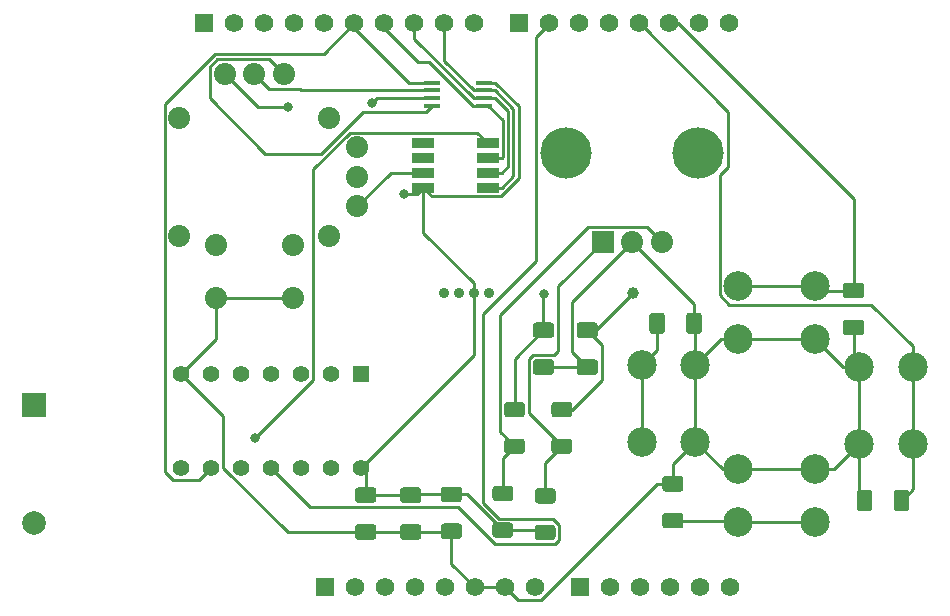
<source format=gbr>
%TF.GenerationSoftware,KiCad,Pcbnew,(5.1.10)-1*%
%TF.CreationDate,2021-12-06T12:22:38-06:00*%
%TF.ProjectId,FPGA-Shield,46504741-2d53-4686-9965-6c642e6b6963,rev?*%
%TF.SameCoordinates,Original*%
%TF.FileFunction,Copper,L1,Top*%
%TF.FilePolarity,Positive*%
%FSLAX46Y46*%
G04 Gerber Fmt 4.6, Leading zero omitted, Abs format (unit mm)*
G04 Created by KiCad (PCBNEW (5.1.10)-1) date 2021-12-06 12:22:38*
%MOMM*%
%LPD*%
G01*
G04 APERTURE LIST*
%TA.AperFunction,ComponentPad*%
%ADD10C,1.875000*%
%TD*%
%TA.AperFunction,ComponentPad*%
%ADD11C,4.350000*%
%TD*%
%TA.AperFunction,ComponentPad*%
%ADD12R,1.875000X1.875000*%
%TD*%
%TA.AperFunction,ComponentPad*%
%ADD13C,2.000000*%
%TD*%
%TA.AperFunction,ComponentPad*%
%ADD14R,2.000000X2.000000*%
%TD*%
%TA.AperFunction,ComponentPad*%
%ADD15C,0.889000*%
%TD*%
%TA.AperFunction,ComponentPad*%
%ADD16C,2.500000*%
%TD*%
%TA.AperFunction,SMDPad,CuDef*%
%ADD17R,1.400000X0.450000*%
%TD*%
%TA.AperFunction,SMDPad,CuDef*%
%ADD18R,1.906250X0.812500*%
%TD*%
%TA.AperFunction,ComponentPad*%
%ADD19C,1.412500*%
%TD*%
%TA.AperFunction,ComponentPad*%
%ADD20R,1.412500X1.412500*%
%TD*%
%TA.AperFunction,ComponentPad*%
%ADD21C,1.560000*%
%TD*%
%TA.AperFunction,ComponentPad*%
%ADD22R,1.560000X1.560000*%
%TD*%
%TA.AperFunction,ViaPad*%
%ADD23C,0.800000*%
%TD*%
%TA.AperFunction,ViaPad*%
%ADD24C,1.000000*%
%TD*%
%TA.AperFunction,Conductor*%
%ADD25C,0.250000*%
%TD*%
G04 APERTURE END LIST*
D10*
%TO.P,U1,5*%
%TO.N,Net-(U1-Pad5)*%
X126480000Y-54000000D03*
%TO.P,U1,4*%
%TO.N,GND*%
X126480000Y-56500000D03*
%TO.P,U1,6*%
%TO.N,+3V3*%
X126480000Y-51500000D03*
%TO.P,U1,b*%
%TO.N,GND*%
X114500000Y-64250000D03*
X121000000Y-64250000D03*
%TO.P,U1,a*%
%TO.N,/JS_Button*%
X121000000Y-59750000D03*
X114500000Y-59750000D03*
%TO.P,U1,NC4*%
%TO.N,Net-(U1-PadNC4)*%
X124075000Y-59000000D03*
%TO.P,U1,NC3*%
%TO.N,Net-(U1-PadNC3)*%
X111425000Y-59000000D03*
%TO.P,U1,NC1*%
%TO.N,Net-(U1-PadNC1)*%
X111425000Y-49000000D03*
%TO.P,U1,NC2*%
%TO.N,Net-(U1-PadNC2)*%
X124075000Y-49000000D03*
%TO.P,U1,1*%
%TO.N,GND*%
X120250000Y-45270000D03*
%TO.P,U1,3*%
%TO.N,+3V3*%
X115250000Y-45270000D03*
%TO.P,U1,2*%
%TO.N,Net-(U1-Pad2)*%
X117750000Y-45270000D03*
%TD*%
%TO.P,R12,2*%
%TO.N,/Rot2FPGA*%
%TA.AperFunction,SMDPad,CuDef*%
G36*
G01*
X140425000Y-74350000D02*
X139175000Y-74350000D01*
G75*
G02*
X138925000Y-74100000I0J250000D01*
G01*
X138925000Y-73300000D01*
G75*
G02*
X139175000Y-73050000I250000J0D01*
G01*
X140425000Y-73050000D01*
G75*
G02*
X140675000Y-73300000I0J-250000D01*
G01*
X140675000Y-74100000D01*
G75*
G02*
X140425000Y-74350000I-250000J0D01*
G01*
G37*
%TD.AperFunction*%
%TO.P,R12,1*%
%TO.N,Net-(R12-Pad1)*%
%TA.AperFunction,SMDPad,CuDef*%
G36*
G01*
X140425000Y-77450000D02*
X139175000Y-77450000D01*
G75*
G02*
X138925000Y-77200000I0J250000D01*
G01*
X138925000Y-76400000D01*
G75*
G02*
X139175000Y-76150000I250000J0D01*
G01*
X140425000Y-76150000D01*
G75*
G02*
X140675000Y-76400000I0J-250000D01*
G01*
X140675000Y-77200000D01*
G75*
G02*
X140425000Y-77450000I-250000J0D01*
G01*
G37*
%TD.AperFunction*%
%TD*%
%TO.P,R11,2*%
%TO.N,/FPGA2Rot*%
%TA.AperFunction,SMDPad,CuDef*%
G36*
G01*
X144425000Y-74350000D02*
X143175000Y-74350000D01*
G75*
G02*
X142925000Y-74100000I0J250000D01*
G01*
X142925000Y-73300000D01*
G75*
G02*
X143175000Y-73050000I250000J0D01*
G01*
X144425000Y-73050000D01*
G75*
G02*
X144675000Y-73300000I0J-250000D01*
G01*
X144675000Y-74100000D01*
G75*
G02*
X144425000Y-74350000I-250000J0D01*
G01*
G37*
%TD.AperFunction*%
%TO.P,R11,1*%
%TO.N,Net-(R10-Pad2)*%
%TA.AperFunction,SMDPad,CuDef*%
G36*
G01*
X144425000Y-77450000D02*
X143175000Y-77450000D01*
G75*
G02*
X142925000Y-77200000I0J250000D01*
G01*
X142925000Y-76400000D01*
G75*
G02*
X143175000Y-76150000I250000J0D01*
G01*
X144425000Y-76150000D01*
G75*
G02*
X144675000Y-76400000I0J-250000D01*
G01*
X144675000Y-77200000D01*
G75*
G02*
X144425000Y-77450000I-250000J0D01*
G01*
G37*
%TD.AperFunction*%
%TD*%
%TO.P,R10,2*%
%TO.N,Net-(R10-Pad2)*%
%TA.AperFunction,SMDPad,CuDef*%
G36*
G01*
X143025000Y-81650000D02*
X141775000Y-81650000D01*
G75*
G02*
X141525000Y-81400000I0J250000D01*
G01*
X141525000Y-80600000D01*
G75*
G02*
X141775000Y-80350000I250000J0D01*
G01*
X143025000Y-80350000D01*
G75*
G02*
X143275000Y-80600000I0J-250000D01*
G01*
X143275000Y-81400000D01*
G75*
G02*
X143025000Y-81650000I-250000J0D01*
G01*
G37*
%TD.AperFunction*%
%TO.P,R10,1*%
%TO.N,+3V3*%
%TA.AperFunction,SMDPad,CuDef*%
G36*
G01*
X143025000Y-84750000D02*
X141775000Y-84750000D01*
G75*
G02*
X141525000Y-84500000I0J250000D01*
G01*
X141525000Y-83700000D01*
G75*
G02*
X141775000Y-83450000I250000J0D01*
G01*
X143025000Y-83450000D01*
G75*
G02*
X143275000Y-83700000I0J-250000D01*
G01*
X143275000Y-84500000D01*
G75*
G02*
X143025000Y-84750000I-250000J0D01*
G01*
G37*
%TD.AperFunction*%
%TD*%
%TO.P,R9,2*%
%TO.N,Net-(R12-Pad1)*%
%TA.AperFunction,SMDPad,CuDef*%
G36*
G01*
X139425000Y-81450000D02*
X138175000Y-81450000D01*
G75*
G02*
X137925000Y-81200000I0J250000D01*
G01*
X137925000Y-80400000D01*
G75*
G02*
X138175000Y-80150000I250000J0D01*
G01*
X139425000Y-80150000D01*
G75*
G02*
X139675000Y-80400000I0J-250000D01*
G01*
X139675000Y-81200000D01*
G75*
G02*
X139425000Y-81450000I-250000J0D01*
G01*
G37*
%TD.AperFunction*%
%TO.P,R9,1*%
%TO.N,+3V3*%
%TA.AperFunction,SMDPad,CuDef*%
G36*
G01*
X139425000Y-84550000D02*
X138175000Y-84550000D01*
G75*
G02*
X137925000Y-84300000I0J250000D01*
G01*
X137925000Y-83500000D01*
G75*
G02*
X138175000Y-83250000I250000J0D01*
G01*
X139425000Y-83250000D01*
G75*
G02*
X139675000Y-83500000I0J-250000D01*
G01*
X139675000Y-84300000D01*
G75*
G02*
X139425000Y-84550000I-250000J0D01*
G01*
G37*
%TD.AperFunction*%
%TD*%
%TO.P,C10,2*%
%TO.N,GND*%
%TA.AperFunction,SMDPad,CuDef*%
G36*
G01*
X145299999Y-69437500D02*
X146600001Y-69437500D01*
G75*
G02*
X146850000Y-69687499I0J-249999D01*
G01*
X146850000Y-70512501D01*
G75*
G02*
X146600001Y-70762500I-249999J0D01*
G01*
X145299999Y-70762500D01*
G75*
G02*
X145050000Y-70512501I0J249999D01*
G01*
X145050000Y-69687499D01*
G75*
G02*
X145299999Y-69437500I249999J0D01*
G01*
G37*
%TD.AperFunction*%
%TO.P,C10,1*%
%TO.N,/FPGA2Rot*%
%TA.AperFunction,SMDPad,CuDef*%
G36*
G01*
X145299999Y-66312500D02*
X146600001Y-66312500D01*
G75*
G02*
X146850000Y-66562499I0J-249999D01*
G01*
X146850000Y-67387501D01*
G75*
G02*
X146600001Y-67637500I-249999J0D01*
G01*
X145299999Y-67637500D01*
G75*
G02*
X145050000Y-67387501I0J249999D01*
G01*
X145050000Y-66562499D01*
G75*
G02*
X145299999Y-66312500I249999J0D01*
G01*
G37*
%TD.AperFunction*%
%TD*%
%TO.P,C9,2*%
%TO.N,GND*%
%TA.AperFunction,SMDPad,CuDef*%
G36*
G01*
X141599999Y-69437500D02*
X142900001Y-69437500D01*
G75*
G02*
X143150000Y-69687499I0J-249999D01*
G01*
X143150000Y-70512501D01*
G75*
G02*
X142900001Y-70762500I-249999J0D01*
G01*
X141599999Y-70762500D01*
G75*
G02*
X141350000Y-70512501I0J249999D01*
G01*
X141350000Y-69687499D01*
G75*
G02*
X141599999Y-69437500I249999J0D01*
G01*
G37*
%TD.AperFunction*%
%TO.P,C9,1*%
%TO.N,/Rot2FPGA*%
%TA.AperFunction,SMDPad,CuDef*%
G36*
G01*
X141599999Y-66312500D02*
X142900001Y-66312500D01*
G75*
G02*
X143150000Y-66562499I0J-249999D01*
G01*
X143150000Y-67387501D01*
G75*
G02*
X142900001Y-67637500I-249999J0D01*
G01*
X141599999Y-67637500D01*
G75*
G02*
X141350000Y-67387501I0J249999D01*
G01*
X141350000Y-66562499D01*
G75*
G02*
X141599999Y-66312500I249999J0D01*
G01*
G37*
%TD.AperFunction*%
%TD*%
%TO.P,C8,2*%
%TO.N,GND*%
%TA.AperFunction,SMDPad,CuDef*%
G36*
G01*
X130349999Y-83410000D02*
X131650001Y-83410000D01*
G75*
G02*
X131900000Y-83659999I0J-249999D01*
G01*
X131900000Y-84485001D01*
G75*
G02*
X131650001Y-84735000I-249999J0D01*
G01*
X130349999Y-84735000D01*
G75*
G02*
X130100000Y-84485001I0J249999D01*
G01*
X130100000Y-83659999D01*
G75*
G02*
X130349999Y-83410000I249999J0D01*
G01*
G37*
%TD.AperFunction*%
%TO.P,C8,1*%
%TO.N,+3V3*%
%TA.AperFunction,SMDPad,CuDef*%
G36*
G01*
X130349999Y-80285000D02*
X131650001Y-80285000D01*
G75*
G02*
X131900000Y-80534999I0J-249999D01*
G01*
X131900000Y-81360001D01*
G75*
G02*
X131650001Y-81610000I-249999J0D01*
G01*
X130349999Y-81610000D01*
G75*
G02*
X130100000Y-81360001I0J249999D01*
G01*
X130100000Y-80534999D01*
G75*
G02*
X130349999Y-80285000I249999J0D01*
G01*
G37*
%TD.AperFunction*%
%TD*%
%TO.P,C7,2*%
%TO.N,GND*%
%TA.AperFunction,SMDPad,CuDef*%
G36*
G01*
X126549999Y-83400000D02*
X127850001Y-83400000D01*
G75*
G02*
X128100000Y-83649999I0J-249999D01*
G01*
X128100000Y-84475001D01*
G75*
G02*
X127850001Y-84725000I-249999J0D01*
G01*
X126549999Y-84725000D01*
G75*
G02*
X126300000Y-84475001I0J249999D01*
G01*
X126300000Y-83649999D01*
G75*
G02*
X126549999Y-83400000I249999J0D01*
G01*
G37*
%TD.AperFunction*%
%TO.P,C7,1*%
%TO.N,+3V3*%
%TA.AperFunction,SMDPad,CuDef*%
G36*
G01*
X126549999Y-80275000D02*
X127850001Y-80275000D01*
G75*
G02*
X128100000Y-80524999I0J-249999D01*
G01*
X128100000Y-81350001D01*
G75*
G02*
X127850001Y-81600000I-249999J0D01*
G01*
X126549999Y-81600000D01*
G75*
G02*
X126300000Y-81350001I0J249999D01*
G01*
X126300000Y-80524999D01*
G75*
G02*
X126549999Y-80275000I249999J0D01*
G01*
G37*
%TD.AperFunction*%
%TD*%
%TO.P,C6,2*%
%TO.N,GND*%
%TA.AperFunction,SMDPad,CuDef*%
G36*
G01*
X133799999Y-83337500D02*
X135100001Y-83337500D01*
G75*
G02*
X135350000Y-83587499I0J-249999D01*
G01*
X135350000Y-84412501D01*
G75*
G02*
X135100001Y-84662500I-249999J0D01*
G01*
X133799999Y-84662500D01*
G75*
G02*
X133550000Y-84412501I0J249999D01*
G01*
X133550000Y-83587499D01*
G75*
G02*
X133799999Y-83337500I249999J0D01*
G01*
G37*
%TD.AperFunction*%
%TO.P,C6,1*%
%TO.N,+3V3*%
%TA.AperFunction,SMDPad,CuDef*%
G36*
G01*
X133799999Y-80212500D02*
X135100001Y-80212500D01*
G75*
G02*
X135350000Y-80462499I0J-249999D01*
G01*
X135350000Y-81287501D01*
G75*
G02*
X135100001Y-81537500I-249999J0D01*
G01*
X133799999Y-81537500D01*
G75*
G02*
X133550000Y-81287501I0J249999D01*
G01*
X133550000Y-80462499D01*
G75*
G02*
X133799999Y-80212500I249999J0D01*
G01*
G37*
%TD.AperFunction*%
%TD*%
%TO.P,C5,2*%
%TO.N,GND*%
%TA.AperFunction,SMDPad,CuDef*%
G36*
G01*
X170100000Y-80749999D02*
X170100000Y-82050001D01*
G75*
G02*
X169850001Y-82300000I-249999J0D01*
G01*
X169024999Y-82300000D01*
G75*
G02*
X168775000Y-82050001I0J249999D01*
G01*
X168775000Y-80749999D01*
G75*
G02*
X169024999Y-80500000I249999J0D01*
G01*
X169850001Y-80500000D01*
G75*
G02*
X170100000Y-80749999I0J-249999D01*
G01*
G37*
%TD.AperFunction*%
%TO.P,C5,1*%
%TO.N,/ButtonRight*%
%TA.AperFunction,SMDPad,CuDef*%
G36*
G01*
X173225000Y-80749999D02*
X173225000Y-82050001D01*
G75*
G02*
X172975001Y-82300000I-249999J0D01*
G01*
X172149999Y-82300000D01*
G75*
G02*
X171900000Y-82050001I0J249999D01*
G01*
X171900000Y-80749999D01*
G75*
G02*
X172149999Y-80500000I249999J0D01*
G01*
X172975001Y-80500000D01*
G75*
G02*
X173225000Y-80749999I0J-249999D01*
G01*
G37*
%TD.AperFunction*%
%TD*%
%TO.P,C4,2*%
%TO.N,GND*%
%TA.AperFunction,SMDPad,CuDef*%
G36*
G01*
X153850001Y-80637500D02*
X152549999Y-80637500D01*
G75*
G02*
X152300000Y-80387501I0J249999D01*
G01*
X152300000Y-79562499D01*
G75*
G02*
X152549999Y-79312500I249999J0D01*
G01*
X153850001Y-79312500D01*
G75*
G02*
X154100000Y-79562499I0J-249999D01*
G01*
X154100000Y-80387501D01*
G75*
G02*
X153850001Y-80637500I-249999J0D01*
G01*
G37*
%TD.AperFunction*%
%TO.P,C4,1*%
%TO.N,/ButtonBottom*%
%TA.AperFunction,SMDPad,CuDef*%
G36*
G01*
X153850001Y-83762500D02*
X152549999Y-83762500D01*
G75*
G02*
X152300000Y-83512501I0J249999D01*
G01*
X152300000Y-82687499D01*
G75*
G02*
X152549999Y-82437500I249999J0D01*
G01*
X153850001Y-82437500D01*
G75*
G02*
X154100000Y-82687499I0J-249999D01*
G01*
X154100000Y-83512501D01*
G75*
G02*
X153850001Y-83762500I-249999J0D01*
G01*
G37*
%TD.AperFunction*%
%TD*%
%TO.P,C3,2*%
%TO.N,GND*%
%TA.AperFunction,SMDPad,CuDef*%
G36*
G01*
X167849999Y-66087500D02*
X169150001Y-66087500D01*
G75*
G02*
X169400000Y-66337499I0J-249999D01*
G01*
X169400000Y-67162501D01*
G75*
G02*
X169150001Y-67412500I-249999J0D01*
G01*
X167849999Y-67412500D01*
G75*
G02*
X167600000Y-67162501I0J249999D01*
G01*
X167600000Y-66337499D01*
G75*
G02*
X167849999Y-66087500I249999J0D01*
G01*
G37*
%TD.AperFunction*%
%TO.P,C3,1*%
%TO.N,/ButtonTop*%
%TA.AperFunction,SMDPad,CuDef*%
G36*
G01*
X167849999Y-62962500D02*
X169150001Y-62962500D01*
G75*
G02*
X169400000Y-63212499I0J-249999D01*
G01*
X169400000Y-64037501D01*
G75*
G02*
X169150001Y-64287500I-249999J0D01*
G01*
X167849999Y-64287500D01*
G75*
G02*
X167600000Y-64037501I0J249999D01*
G01*
X167600000Y-63212499D01*
G75*
G02*
X167849999Y-62962500I249999J0D01*
G01*
G37*
%TD.AperFunction*%
%TD*%
%TO.P,C2,2*%
%TO.N,GND*%
%TA.AperFunction,SMDPad,CuDef*%
G36*
G01*
X154337500Y-67050001D02*
X154337500Y-65749999D01*
G75*
G02*
X154587499Y-65500000I249999J0D01*
G01*
X155412501Y-65500000D01*
G75*
G02*
X155662500Y-65749999I0J-249999D01*
G01*
X155662500Y-67050001D01*
G75*
G02*
X155412501Y-67300000I-249999J0D01*
G01*
X154587499Y-67300000D01*
G75*
G02*
X154337500Y-67050001I0J249999D01*
G01*
G37*
%TD.AperFunction*%
%TO.P,C2,1*%
%TO.N,/BottomLeft*%
%TA.AperFunction,SMDPad,CuDef*%
G36*
G01*
X151212500Y-67050001D02*
X151212500Y-65749999D01*
G75*
G02*
X151462499Y-65500000I249999J0D01*
G01*
X152287501Y-65500000D01*
G75*
G02*
X152537500Y-65749999I0J-249999D01*
G01*
X152537500Y-67050001D01*
G75*
G02*
X152287501Y-67300000I-249999J0D01*
G01*
X151462499Y-67300000D01*
G75*
G02*
X151212500Y-67050001I0J249999D01*
G01*
G37*
%TD.AperFunction*%
%TD*%
D11*
%TO.P,SW1,MH2*%
%TO.N,Net-(SW1-PadMH2)*%
X155350000Y-52000000D03*
%TO.P,SW1,MH1*%
%TO.N,Net-(SW1-PadMH1)*%
X144150000Y-52000000D03*
D10*
%TO.P,SW1,C1*%
%TO.N,GND*%
X149750000Y-59500000D03*
%TO.P,SW1,B1*%
%TO.N,Net-(R12-Pad1)*%
X152250000Y-59500000D03*
D12*
%TO.P,SW1,A1*%
%TO.N,Net-(R10-Pad2)*%
X147250000Y-59500000D03*
%TD*%
D13*
%TO.P,BZ1,2*%
%TO.N,Net-(BZ1-Pad2)*%
X99150000Y-83300000D03*
D14*
%TO.P,BZ1,1*%
%TO.N,Net-(BZ1-Pad1)*%
X99150000Y-73300000D03*
%TD*%
D15*
%TO.P,D1,1*%
%TO.N,Net-(D1-Pad1)*%
X137600000Y-63800000D03*
%TO.P,D1,2*%
%TO.N,+3V3*%
X136330000Y-63800000D03*
%TO.P,D1,3*%
%TO.N,Net-(D1-Pad3)*%
X135060000Y-63800000D03*
%TO.P,D1,4*%
%TO.N,Net-(D1-Pad4)*%
X133790000Y-63800000D03*
%TD*%
D16*
%TO.P,SW2,2*%
%TO.N,GND*%
X155100000Y-76400000D03*
%TO.P,SW2,1*%
%TO.N,/BottomLeft*%
X150600000Y-76400000D03*
%TO.P,SW2,2*%
%TO.N,GND*%
X155100000Y-69900000D03*
%TO.P,SW2,1*%
%TO.N,/BottomLeft*%
X150600000Y-69900000D03*
%TD*%
%TO.P,SW3,1*%
%TO.N,/ButtonTop*%
X165250000Y-63250000D03*
%TO.P,SW3,2*%
%TO.N,GND*%
X165250000Y-67750000D03*
%TO.P,SW3,1*%
%TO.N,/ButtonTop*%
X158750000Y-63250000D03*
%TO.P,SW3,2*%
%TO.N,GND*%
X158750000Y-67750000D03*
%TD*%
%TO.P,SW4,1*%
%TO.N,/ButtonBottom*%
X158750000Y-83250000D03*
%TO.P,SW4,2*%
%TO.N,GND*%
X158750000Y-78750000D03*
%TO.P,SW4,1*%
%TO.N,/ButtonBottom*%
X165250000Y-83250000D03*
%TO.P,SW4,2*%
%TO.N,GND*%
X165250000Y-78750000D03*
%TD*%
%TO.P,SW5,2*%
%TO.N,/ButtonRight*%
X173500000Y-76600000D03*
%TO.P,SW5,1*%
%TO.N,GND*%
X169000000Y-76600000D03*
%TO.P,SW5,2*%
%TO.N,/ButtonRight*%
X173500000Y-70100000D03*
%TO.P,SW5,1*%
%TO.N,GND*%
X169000000Y-70100000D03*
%TD*%
D17*
%TO.P,U2,1*%
%TO.N,/ChipSelect*%
X132800000Y-46025000D03*
%TO.P,U2,2*%
%TO.N,Net-(U1-Pad2)*%
X132800000Y-46675000D03*
%TO.P,U2,3*%
%TO.N,Net-(U1-Pad5)*%
X132800000Y-47325000D03*
%TO.P,U2,4*%
%TO.N,GND*%
X132800000Y-47975000D03*
%TO.P,U2,5*%
%TO.N,/FPGA2SPI*%
X137200000Y-47975000D03*
%TO.P,U2,6*%
%TO.N,/SPI2FPGA*%
X137200000Y-47325000D03*
%TO.P,U2,7*%
%TO.N,/SPI_CLK*%
X137200000Y-46675000D03*
%TO.P,U2,8*%
%TO.N,+3V3*%
X137200000Y-46025000D03*
%TD*%
D18*
%TO.P,U3,1*%
%TO.N,/SPI_CLK*%
X137512000Y-54905000D03*
%TO.P,U3,2*%
%TO.N,/SPI2FPGA*%
X137512000Y-53635000D03*
%TO.P,U3,3*%
%TO.N,/FPGA2SPI*%
X137512000Y-52365000D03*
%TO.P,U3,4*%
%TO.N,Net-(U3-Pad4)*%
X137512000Y-51095000D03*
%TO.P,U3,5*%
%TO.N,Net-(U3-Pad5)*%
X132088000Y-51095000D03*
%TO.P,U3,6*%
%TO.N,Net-(U3-Pad6)*%
X132088000Y-52365000D03*
%TO.P,U3,7*%
%TO.N,GND*%
X132088000Y-53635000D03*
%TO.P,U3,8*%
%TO.N,+3V3*%
X132088000Y-54905000D03*
%TD*%
D19*
%TO.P,U4,14*%
%TO.N,+3V3*%
X126820000Y-78620000D03*
%TO.P,U4,13*%
%TO.N,Net-(BZ1-Pad1)*%
X124280000Y-78620000D03*
%TO.P,U4,12*%
%TO.N,Net-(BZ1-Pad2)*%
X121740000Y-78620000D03*
%TO.P,U4,11*%
%TO.N,/Buzzer*%
X119200000Y-78620000D03*
%TO.P,U4,10*%
%TO.N,Net-(BZ1-Pad1)*%
X116660000Y-78620000D03*
%TO.P,U4,9*%
%TO.N,/ChipSelect*%
X114120000Y-78620000D03*
%TO.P,U4,8*%
%TO.N,Net-(U3-Pad4)*%
X111580000Y-78620000D03*
%TO.P,U4,7*%
%TO.N,GND*%
X111580000Y-70680000D03*
%TO.P,U4,6*%
%TO.N,Net-(R2-Pad1)*%
X114120000Y-70680000D03*
%TO.P,U4,5*%
%TO.N,/LED_B*%
X116660000Y-70680000D03*
%TO.P,U4,4*%
%TO.N,Net-(R4-Pad1)*%
X119200000Y-70680000D03*
%TO.P,U4,3*%
%TO.N,/LED_G*%
X121740000Y-70680000D03*
%TO.P,U4,2*%
%TO.N,Net-(R3-Pad1)*%
X124280000Y-70680000D03*
D20*
%TO.P,U4,1*%
%TO.N,/LED_R*%
X126820000Y-70680000D03*
%TD*%
D21*
%TO.P,J1,05*%
%TO.N,/LED_R*%
X123699900Y-41000000D03*
%TO.P,J1,04*%
%TO.N,GND*%
X121159900Y-41000000D03*
%TO.P,J1,03*%
%TO.N,Net-(J1-Pad03)*%
X118619900Y-41000000D03*
%TO.P,J1,02*%
%TO.N,/LED_G*%
X116079900Y-41000000D03*
D22*
%TO.P,J1,01*%
%TO.N,/LED_B*%
X113539900Y-41000000D03*
D21*
%TO.P,J1,10*%
%TO.N,/JS_Button*%
X136399900Y-41000000D03*
%TO.P,J1,09*%
%TO.N,/SPI_CLK*%
X133859900Y-41000000D03*
%TO.P,J1,08*%
%TO.N,/SPI2FPGA*%
X131319900Y-41000000D03*
%TO.P,J1,07*%
%TO.N,/FPGA2SPI*%
X128779900Y-41000000D03*
%TO.P,J1,06*%
%TO.N,/ChipSelect*%
X126239900Y-41000000D03*
%TD*%
%TO.P,J2,08*%
%TO.N,/BottomLeft*%
X157990000Y-41000000D03*
%TO.P,J2,07*%
%TO.N,/ButtonBottom*%
X155450000Y-41000000D03*
%TO.P,J2,06*%
%TO.N,/ButtonTop*%
X152910000Y-41000000D03*
%TO.P,J2,05*%
%TO.N,/ButtonRight*%
X150370000Y-41000000D03*
%TO.P,J2,04*%
%TO.N,/FPGA2Rot*%
X147830000Y-41000000D03*
%TO.P,J2,03*%
%TO.N,/Rot2FPGA*%
X145290000Y-41000000D03*
%TO.P,J2,02*%
%TO.N,/Buzzer*%
X142750000Y-41000000D03*
D22*
%TO.P,J2,01*%
%TO.N,Net-(J2-Pad01)*%
X140210000Y-41000000D03*
%TD*%
%TO.P,J3,01*%
%TO.N,Net-(J3-Pad01)*%
X123720200Y-88700000D03*
D21*
%TO.P,J3,02*%
%TO.N,/IOREF*%
X126260200Y-88700000D03*
%TO.P,J3,03*%
%TO.N,/Reset*%
X128800200Y-88700000D03*
%TO.P,J3,04*%
%TO.N,+3V3*%
X131340200Y-88700000D03*
%TO.P,J3,05*%
%TO.N,+5V*%
X133880200Y-88700000D03*
%TO.P,J3,06*%
%TO.N,GND*%
X136420200Y-88700000D03*
%TO.P,J3,07*%
X138960200Y-88700000D03*
%TO.P,J3,08*%
%TO.N,/Vin*%
X141500200Y-88700000D03*
%TD*%
D22*
%TO.P,J4,01*%
%TO.N,/A0*%
X145300000Y-88700000D03*
D21*
%TO.P,J4,02*%
%TO.N,/A1*%
X147840000Y-88700000D03*
%TO.P,J4,03*%
%TO.N,/A2*%
X150380000Y-88700000D03*
%TO.P,J4,04*%
%TO.N,/A3*%
X152920000Y-88700000D03*
%TO.P,J4,05*%
%TO.N,/A4(SDA)*%
X155460000Y-88700000D03*
%TO.P,J4,06*%
%TO.N,/A5(SCL)*%
X158000000Y-88700000D03*
%TD*%
D23*
%TO.N,+3V3*%
X130400000Y-55420000D03*
X120600000Y-48100000D03*
%TO.N,Net-(U3-Pad4)*%
X117848126Y-76098126D03*
%TO.N,/Rot2FPGA*%
X142300000Y-63950000D03*
D24*
%TO.N,/FPGA2Rot*%
X149850000Y-63800000D03*
D23*
%TO.N,Net-(U1-Pad5)*%
X127750000Y-47750000D03*
%TD*%
D25*
%TO.N,GND*%
X134377500Y-84072500D02*
X134450000Y-84000000D01*
X131000000Y-84072500D02*
X134377500Y-84072500D01*
X127210000Y-84072500D02*
X127200000Y-84062500D01*
X131000000Y-84072500D02*
X127210000Y-84072500D01*
X153200000Y-78300000D02*
X155100000Y-76400000D01*
X153200000Y-79975000D02*
X153200000Y-78300000D01*
X157450000Y-78750000D02*
X158750000Y-78750000D01*
X155100000Y-76400000D02*
X157450000Y-78750000D01*
X155100000Y-76400000D02*
X155100000Y-69900000D01*
X155100000Y-66500000D02*
X155000000Y-66400000D01*
X155100000Y-69900000D02*
X155100000Y-66500000D01*
X157250000Y-67750000D02*
X158750000Y-67750000D01*
X155100000Y-69900000D02*
X157250000Y-67750000D01*
X158750000Y-67750000D02*
X165250000Y-67750000D01*
X167600000Y-70100000D02*
X169000000Y-70100000D01*
X165250000Y-67750000D02*
X167600000Y-70100000D01*
X169000000Y-70100000D02*
X169000000Y-76600000D01*
X166850000Y-78750000D02*
X165250000Y-78750000D01*
X169000000Y-76600000D02*
X166850000Y-78750000D01*
X165250000Y-78750000D02*
X158750000Y-78750000D01*
X169000000Y-80962500D02*
X169437500Y-81400000D01*
X169000000Y-76600000D02*
X169000000Y-80962500D01*
X145950000Y-70100000D02*
X142250000Y-70100000D01*
X155000000Y-64750000D02*
X149750000Y-59500000D01*
X155000000Y-66400000D02*
X155000000Y-64750000D01*
X144663180Y-64586820D02*
X149750000Y-59500000D01*
X144663180Y-68813180D02*
X144663180Y-64586820D01*
X145950000Y-70100000D02*
X144663180Y-68813180D01*
X168500000Y-69600000D02*
X169000000Y-70100000D01*
X168500000Y-66750000D02*
X168500000Y-69600000D01*
X115151251Y-78637503D02*
X115151251Y-74251251D01*
X115151251Y-74251251D02*
X111580000Y-70680000D01*
X120576248Y-84062500D02*
X115151251Y-78637503D01*
X127200000Y-84062500D02*
X120576248Y-84062500D01*
X121000000Y-64250000D02*
X114500000Y-64250000D01*
X114500000Y-67760000D02*
X111580000Y-70680000D01*
X114500000Y-64250000D02*
X114500000Y-67760000D01*
X129345000Y-53635000D02*
X126480000Y-56500000D01*
X132088000Y-53635000D02*
X129345000Y-53635000D01*
X123450087Y-52025001D02*
X127000087Y-48475001D01*
X113987499Y-47338501D02*
X118673999Y-52025001D01*
X118673999Y-52025001D02*
X123450087Y-52025001D01*
X113987499Y-44663999D02*
X113987499Y-47338501D01*
X114643999Y-44007499D02*
X113987499Y-44663999D01*
X132299999Y-48475001D02*
X132800000Y-47975000D01*
X118987499Y-44007499D02*
X114643999Y-44007499D01*
X127000087Y-48475001D02*
X132299999Y-48475001D01*
X120250000Y-45270000D02*
X118987499Y-44007499D01*
X134450000Y-86729800D02*
X136420200Y-88700000D01*
X134450000Y-84000000D02*
X134450000Y-86729800D01*
X136420200Y-88700000D02*
X138960200Y-88700000D01*
X151879998Y-79975000D02*
X153200000Y-79975000D01*
X142049997Y-89805001D02*
X151879998Y-79975000D01*
X140065201Y-89805001D02*
X142049997Y-89805001D01*
X138960200Y-88700000D02*
X140065201Y-89805001D01*
%TO.N,+3V3*%
X130990000Y-80937500D02*
X131000000Y-80947500D01*
X127200000Y-80937500D02*
X130990000Y-80937500D01*
X131072500Y-80875000D02*
X131000000Y-80947500D01*
X134450000Y-80875000D02*
X131072500Y-80875000D01*
X135775000Y-80875000D02*
X138800000Y-83900000D01*
X134450000Y-80875000D02*
X135775000Y-80875000D01*
X142200000Y-83900000D02*
X142400000Y-84100000D01*
X138800000Y-83900000D02*
X142200000Y-83900000D01*
X127200000Y-79000000D02*
X126820000Y-78620000D01*
X127200000Y-80937500D02*
X127200000Y-79000000D01*
X136330000Y-69110000D02*
X136330000Y-63800000D01*
X126820000Y-78620000D02*
X136330000Y-69110000D01*
X138150000Y-46025000D02*
X137200000Y-46025000D01*
X140140154Y-48015154D02*
X138150000Y-46025000D01*
X140140153Y-54116380D02*
X140140154Y-48015154D01*
X138620282Y-55636251D02*
X140140153Y-54116380D01*
X132819251Y-55636251D02*
X138620282Y-55636251D01*
X132088000Y-54905000D02*
X132819251Y-55636251D01*
X136330000Y-62986828D02*
X132088000Y-58744828D01*
X136330000Y-63800000D02*
X136330000Y-62986828D01*
X132088000Y-58744828D02*
X132088000Y-54905000D01*
X131573000Y-55420000D02*
X132088000Y-54905000D01*
X130400000Y-55420000D02*
X131573000Y-55420000D01*
X115370000Y-45270000D02*
X115250000Y-45270000D01*
X118080000Y-48100000D02*
X115250000Y-45270000D01*
X120600000Y-48100000D02*
X118080000Y-48100000D01*
%TO.N,Net-(R12-Pad1)*%
X138800000Y-77800000D02*
X139800000Y-76800000D01*
X138800000Y-80800000D02*
X138800000Y-77800000D01*
X150987499Y-58237499D02*
X152250000Y-59500000D01*
X146052499Y-58237499D02*
X150987499Y-58237499D01*
X138599990Y-65690008D02*
X146052499Y-58237499D01*
X138599990Y-75599990D02*
X138599990Y-65690008D01*
X139800000Y-76800000D02*
X138599990Y-75599990D01*
%TO.N,Net-(R10-Pad2)*%
X142400000Y-78200000D02*
X143800000Y-76800000D01*
X142400000Y-81000000D02*
X142400000Y-78200000D01*
X143475010Y-63274990D02*
X147250000Y-59500000D01*
X143475010Y-68775660D02*
X143475010Y-63274990D01*
X141361820Y-69112490D02*
X143138180Y-69112490D01*
X141024990Y-69449320D02*
X141361820Y-69112490D01*
X141024990Y-74024990D02*
X141024990Y-69449320D01*
X143138180Y-69112490D02*
X143475010Y-68775660D01*
X143800000Y-76800000D02*
X141024990Y-74024990D01*
%TO.N,Net-(U3-Pad4)*%
X122771251Y-71175001D02*
X117848126Y-76098126D01*
X122771251Y-53340247D02*
X122771251Y-71175001D01*
X125873999Y-50237499D02*
X122771251Y-53340247D01*
X136654499Y-50237499D02*
X125873999Y-50237499D01*
X137512000Y-51095000D02*
X136654499Y-50237499D01*
X117848126Y-76098126D02*
X117796252Y-76150000D01*
%TO.N,/BottomLeft*%
X151875000Y-68625000D02*
X150600000Y-69900000D01*
X151875000Y-66400000D02*
X151875000Y-68625000D01*
X150600000Y-76400000D02*
X150600000Y-69900000D01*
%TO.N,/ButtonTop*%
X165625000Y-63625000D02*
X165250000Y-63250000D01*
X168500000Y-63625000D02*
X165625000Y-63625000D01*
X158750000Y-63250000D02*
X165250000Y-63250000D01*
X168500000Y-55873348D02*
X153626652Y-41000000D01*
X153626652Y-41000000D02*
X152920000Y-41000000D01*
X168500000Y-63625000D02*
X168500000Y-55873348D01*
%TO.N,/ButtonBottom*%
X158600000Y-83100000D02*
X158750000Y-83250000D01*
X153200000Y-83100000D02*
X158600000Y-83100000D01*
X165250000Y-83250000D02*
X158750000Y-83250000D01*
%TO.N,/ButtonRight*%
X173500000Y-80462500D02*
X172562500Y-81400000D01*
X173500000Y-76600000D02*
X173500000Y-80462500D01*
X173500000Y-76600000D02*
X173500000Y-70100000D01*
X157850001Y-48470001D02*
X150380000Y-41000000D01*
X157850001Y-53200001D02*
X157850001Y-48470001D01*
X157174999Y-53875003D02*
X157850001Y-53200001D01*
X157174999Y-64006001D02*
X157174999Y-53875003D01*
X157993999Y-64825001D02*
X157174999Y-64006001D01*
X169992767Y-64825001D02*
X157993999Y-64825001D01*
X173500000Y-70100000D02*
X173500000Y-68332234D01*
X169992767Y-64825001D02*
X173500000Y-68332234D01*
%TO.N,/Rot2FPGA*%
X139800000Y-69425000D02*
X142250000Y-66975000D01*
X139800000Y-73700000D02*
X139800000Y-69425000D01*
X142250000Y-64000000D02*
X142300000Y-63950000D01*
X142250000Y-66975000D02*
X142250000Y-64000000D01*
%TO.N,/FPGA2Rot*%
X147175010Y-68200010D02*
X145950000Y-66975000D01*
X147175010Y-71199990D02*
X147175010Y-68200010D01*
X144675000Y-73700000D02*
X147175010Y-71199990D01*
X143800000Y-73700000D02*
X144675000Y-73700000D01*
X146675000Y-66975000D02*
X149850000Y-63800000D01*
X145950000Y-66975000D02*
X146675000Y-66975000D01*
%TO.N,/ChipSelect*%
X132800000Y-46025000D02*
X131031652Y-46025000D01*
X113088749Y-79651251D02*
X114120000Y-78620000D01*
X110851251Y-79651251D02*
X113088749Y-79651251D01*
X114457598Y-43557490D02*
X110162499Y-47852589D01*
X110162499Y-47852589D02*
X110162499Y-78962499D01*
X110162499Y-78962499D02*
X110851251Y-79651251D01*
X117026100Y-43557490D02*
X116892510Y-43557490D01*
X116892510Y-43557490D02*
X114457598Y-43557490D01*
X130825000Y-46025000D02*
X125800000Y-41000000D01*
X132800000Y-46025000D02*
X130825000Y-46025000D01*
X123682410Y-43557490D02*
X126239900Y-41000000D01*
X122342510Y-43557490D02*
X123682410Y-43557490D01*
X116892510Y-43557490D02*
X122342510Y-43557490D01*
X122342510Y-43557490D02*
X123242510Y-43557490D01*
%TO.N,/SPI2FPGA*%
X139240135Y-48415135D02*
X138150000Y-47325000D01*
X138150000Y-47325000D02*
X137200000Y-47325000D01*
X139240135Y-53109990D02*
X139240135Y-48415135D01*
X138715125Y-53635000D02*
X139240135Y-53109990D01*
X137512000Y-53635000D02*
X137512000Y-53635000D01*
X137512000Y-53635000D02*
X138715125Y-53635000D01*
X136339998Y-47325000D02*
X137200000Y-47325000D01*
X131319900Y-42304902D02*
X136339998Y-47325000D01*
X131319900Y-41000000D02*
X131319900Y-42304902D01*
%TO.N,/FPGA2SPI*%
X138715125Y-52365000D02*
X137512000Y-52365000D01*
X138790126Y-52289999D02*
X138715125Y-52365000D01*
X138790126Y-49190126D02*
X138790126Y-52289999D01*
X137575000Y-47975000D02*
X138790126Y-49190126D01*
X137200000Y-47975000D02*
X137575000Y-47975000D01*
X131640000Y-44300000D02*
X128340000Y-41000000D01*
X132575000Y-44300000D02*
X131640000Y-44300000D01*
X136250000Y-47975000D02*
X132575000Y-44300000D01*
X137200000Y-47975000D02*
X136250000Y-47975000D01*
%TO.N,/SPI_CLK*%
X138715125Y-54905000D02*
X137512000Y-54905000D01*
X139690144Y-53929981D02*
X138715125Y-54905000D01*
X139690145Y-48228735D02*
X139690144Y-53929981D01*
X138136410Y-46675000D02*
X139690145Y-48228735D01*
X137200000Y-46675000D02*
X138136410Y-46675000D01*
X136339998Y-46675000D02*
X137200000Y-46675000D01*
X133859900Y-44194902D02*
X136339998Y-46675000D01*
X133859900Y-41000000D02*
X133859900Y-44194902D01*
%TO.N,/Buzzer*%
X141649999Y-42110001D02*
X142760000Y-41000000D01*
X141649999Y-61082003D02*
X141649999Y-42110001D01*
X137167999Y-81631589D02*
X137167999Y-65564003D01*
X138461400Y-82924990D02*
X137167999Y-81631589D01*
X143600010Y-83461820D02*
X143063180Y-82924990D01*
X143600010Y-84738180D02*
X143600010Y-83461820D01*
X137167999Y-65564003D02*
X141649999Y-61082003D01*
X143263180Y-85075010D02*
X143600010Y-84738180D01*
X143063180Y-82924990D02*
X138461400Y-82924990D01*
X138136820Y-85075010D02*
X143263180Y-85075010D01*
X134996820Y-81935010D02*
X138136820Y-85075010D01*
X122515010Y-81935010D02*
X134996820Y-81935010D01*
X119200000Y-78620000D02*
X122515010Y-81935010D01*
%TO.N,Net-(U1-Pad5)*%
X128175000Y-47325000D02*
X132800000Y-47325000D01*
X127750000Y-47750000D02*
X128175000Y-47325000D01*
%TO.N,Net-(U1-Pad2)*%
X121758670Y-46675000D02*
X132800000Y-46675000D01*
X121616171Y-46532501D02*
X121758670Y-46675000D01*
X119012501Y-46532501D02*
X121616171Y-46532501D01*
X117750000Y-45270000D02*
X119012501Y-46532501D01*
%TD*%
M02*

</source>
